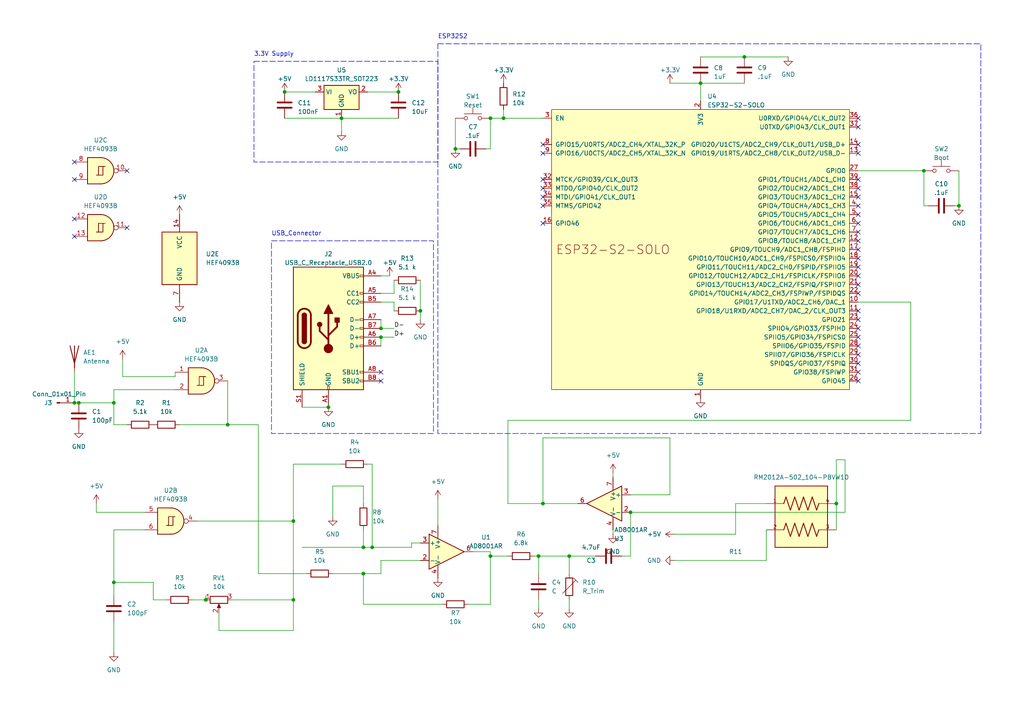
<source format=kicad_sch>
(kicad_sch (version 20230121) (generator eeschema)
  (paper "A4")
  (lib_symbols
    (symbol "4xxx:HEF4093B" (pin_names (offset 1.016))
      (property "Reference" "U" (at 0 1.27 0))
      (property "Value" "HEF4093B" (at 0 -1.27 0))
      (symbol "HEF4093B_1_0"
        (polyline (pts (xy -0.635 -1.27) (xy -0.635 1.27) (xy 0.635 1.27)))
        (polyline (pts (xy -0.635 -1.27) (xy -0.635 1.27) (xy 0.635 1.27)))
        (polyline (pts (xy -1.27 -1.27) (xy 0.635 -1.27) (xy 0.635 1.27) (xy 1.27 1.27)))
        (polyline (pts (xy -1.27 -1.27) (xy 0.635 -1.27) (xy 0.635 1.27) (xy 1.27 1.27)))
      )
      (symbol "HEF4093B_1_1"
        (arc (start 0 -3.81) (mid 3.7934 0) (end 0 3.81) (stroke (width 0.254)) (fill (type background)))
        (polyline (pts (xy 0 3.81) (xy -3.81 3.81) (xy -3.81 -3.81) (xy 0 -3.81)) (stroke (width 0.254)) (fill (type background)))
        (pin input line (at -7.62 2.54 0) (length 3.81) (name "~") (number "1"))
        (pin input line (at -7.62 -2.54 0) (length 3.81) (name "~") (number "2"))
        (pin output inverted (at 7.62 0 180) (length 3.81) (name "~") (number "3"))
      )
      (symbol "HEF4093B_1_2"
        (arc (start -3.81 -3.81) (mid -2.589 0) (end -3.81 3.81) (stroke (width 0.254)))
        (arc (start -0.6096 -3.81) (mid 2.1842 -2.5851) (end 3.81 0) (stroke (width 0.254)) (fill (type background)))
        (polyline (pts (xy -3.81 -3.81) (xy -0.635 -3.81)) (stroke (width 0.254)) (fill (type background)))
        (polyline (pts (xy -3.81 3.81) (xy -0.635 3.81)) (stroke (width 0.254)) (fill (type background)))
        (polyline (pts (xy -0.635 3.81) (xy -3.81 3.81) (xy -3.81 3.81) (xy -3.556 3.4036) (xy -3.0226 2.2606) (xy -2.6924 1.0414) (xy -2.6162 -0.254) (xy -2.7686 -1.4986) (xy -3.175 -2.7178) (xy -3.81 -3.81) (xy -3.81 -3.81) (xy -0.635 -3.81)) (stroke (width -25.4)) (fill (type background)))
        (arc (start 3.81 0) (mid 2.1915 2.5936) (end -0.6096 3.81) (stroke (width 0.254)) (fill (type background)))
        (pin input inverted (at -7.62 2.54 0) (length 4.318) (name "~") (number "1"))
        (pin input inverted (at -7.62 -2.54 0) (length 4.318) (name "~") (number "2"))
        (pin output line (at 7.62 0 180) (length 3.81) (name "~") (number "3"))
      )
      (symbol "HEF4093B_2_0"
        (polyline (pts (xy -0.635 -1.27) (xy -0.635 1.27) (xy 0.635 1.27)))
        (polyline (pts (xy -0.635 -1.27) (xy -0.635 1.27) (xy 0.635 1.27)))
        (polyline (pts (xy -1.27 -1.27) (xy 0.635 -1.27) (xy 0.635 1.27) (xy 1.27 1.27)))
        (polyline (pts (xy -1.27 -1.27) (xy 0.635 -1.27) (xy 0.635 1.27) (xy 1.27 1.27)))
      )
      (symbol "HEF4093B_2_1"
        (arc (start 0 -3.81) (mid 3.7934 0) (end 0 3.81) (stroke (width 0.254)) (fill (type background)))
        (polyline (pts (xy 0 3.81) (xy -3.81 3.81) (xy -3.81 -3.81) (xy 0 -3.81)) (stroke (width 0.254)) (fill (type background)))
        (pin output inverted (at 7.62 0 180) (length 3.81) (name "~") (number "4"))
        (pin input line (at -7.62 2.54 0) (length 3.81) (name "~") (number "5"))
        (pin input line (at -7.62 -2.54 0) (length 3.81) (name "~") (number "6"))
      )
      (symbol "HEF4093B_2_2"
        (arc (start -3.81 -3.81) (mid -2.589 0) (end -3.81 3.81) (stroke (width 0.254)))
        (arc (start -0.6096 -3.81) (mid 2.1842 -2.5851) (end 3.81 0) (stroke (width 0.254)) (fill (type background)))
        (polyline (pts (xy -3.81 -3.81) (xy -0.635 -3.81)) (stroke (width 0.254)) (fill (type background)))
        (polyline (pts (xy -3.81 3.81) (xy -0.635 3.81)) (stroke (width 0.254)) (fill (type background)))
        (polyline (pts (xy -0.635 3.81) (xy -3.81 3.81) (xy -3.81 3.81) (xy -3.556 3.4036) (xy -3.0226 2.2606) (xy -2.6924 1.0414) (xy -2.6162 -0.254) (xy -2.7686 -1.4986) (xy -3.175 -2.7178) (xy -3.81 -3.81) (xy -3.81 -3.81) (xy -0.635 -3.81)) (stroke (width -25.4)) (fill (type background)))
        (arc (start 3.81 0) (mid 2.1915 2.5936) (end -0.6096 3.81) (stroke (width 0.254)) (fill (type background)))
        (pin output line (at 7.62 0 180) (length 3.81) (name "~") (number "4"))
        (pin input inverted (at -7.62 2.54 0) (length 4.318) (name "~") (number "5"))
        (pin input inverted (at -7.62 -2.54 0) (length 4.318) (name "~") (number "6"))
      )
      (symbol "HEF4093B_3_0"
        (polyline (pts (xy -0.635 -1.27) (xy -0.635 1.27) (xy 0.635 1.27)))
        (polyline (pts (xy -0.635 -1.27) (xy -0.635 1.27) (xy 0.635 1.27)))
        (polyline (pts (xy -1.27 -1.27) (xy 0.635 -1.27) (xy 0.635 1.27) (xy 1.27 1.27)))
        (polyline (pts (xy -1.27 -1.27) (xy 0.635 -1.27) (xy 0.635 1.27) (xy 1.27 1.27)))
      )
      (symbol "HEF4093B_3_1"
        (arc (start 0 -3.81) (mid 3.7934 0) (end 0 3.81) (stroke (width 0.254)) (fill (type background)))
        (polyline (pts (xy 0 3.81) (xy -3.81 3.81) (xy -3.81 -3.81) (xy 0 -3.81)) (stroke (width 0.254)) (fill (type background)))
        (pin output inverted (at 7.62 0 180) (length 3.81) (name "~") (number "10"))
        (pin input line (at -7.62 2.54 0) (length 3.81) (name "~") (number "8"))
        (pin input line (at -7.62 -2.54 0) (length 3.81) (name "~") (number "9"))
      )
      (symbol "HEF4093B_3_2"
        (arc (start -3.81 -3.81) (mid -2.589 0) (end -3.81 3.81) (stroke (width 0.254)))
        (arc (start -0.6096 -3.81) (mid 2.1842 -2.5851) (end 3.81 0) (stroke (width 0.254)) (fill (type background)))
        (polyline (pts (xy -3.81 -3.81) (xy -0.635 -3.81)) (stroke (width 0.254)) (fill (type background)))
        (polyline (pts (xy -3.81 3.81) (xy -0.635 3.81)) (stroke (width 0.254)) (fill (type background)))
        (polyline (pts (xy -0.635 3.81) (xy -3.81 3.81) (xy -3.81 3.81) (xy -3.556 3.4036) (xy -3.0226 2.2606) (xy -2.6924 1.0414) (xy -2.6162 -0.254) (xy -2.7686 -1.4986) (xy -3.175 -2.7178) (xy -3.81 -3.81) (xy -3.81 -3.81) (xy -0.635 -3.81)) (stroke (width -25.4)) (fill (type background)))
        (arc (start 3.81 0) (mid 2.1915 2.5936) (end -0.6096 3.81) (stroke (width 0.254)) (fill (type background)))
        (pin output line (at 7.62 0 180) (length 3.81) (name "~") (number "10"))
        (pin input inverted (at -7.62 2.54 0) (length 4.318) (name "~") (number "8"))
        (pin input inverted (at -7.62 -2.54 0) (length 4.318) (name "~") (number "9"))
      )
      (symbol "HEF4093B_4_0"
        (polyline (pts (xy -0.635 -1.27) (xy -0.635 1.27) (xy 0.635 1.27)))
        (polyline (pts (xy -0.635 -1.27) (xy -0.635 1.27) (xy 0.635 1.27)))
        (polyline (pts (xy -1.27 -1.27) (xy 0.635 -1.27) (xy 0.635 1.27) (xy 1.27 1.27)))
        (polyline (pts (xy -1.27 -1.27) (xy 0.635 -1.27) (xy 0.635 1.27) (xy 1.27 1.27)))
      )
      (symbol "HEF4093B_4_1"
        (arc (start 0 -3.81) (mid 3.7934 0) (end 0 3.81) (stroke (width 0.254)) (fill (type background)))
        (polyline (pts (xy 0 3.81) (xy -3.81 3.81) (xy -3.81 -3.81) (xy 0 -3.81)) (stroke (width 0.254)) (fill (type background)))
        (pin output inverted (at 7.62 0 180) (length 3.81) (name "~") (number "11"))
        (pin input line (at -7.62 2.54 0) (length 3.81) (name "~") (number "12"))
        (pin input line (at -7.62 -2.54 0) (length 3.81) (name "~") (number "13"))
      )
      (symbol "HEF4093B_4_2"
        (arc (start -3.81 -3.81) (mid -2.589 0) (end -3.81 3.81) (stroke (width 0.254)))
        (arc (start -0.6096 -3.81) (mid 2.1842 -2.5851) (end 3.81 0) (stroke (width 0.254)) (fill (type background)))
        (polyline (pts (xy -3.81 -3.81) (xy -0.635 -3.81)) (stroke (width 0.254)) (fill (type background)))
        (polyline (pts (xy -3.81 3.81) (xy -0.635 3.81)) (stroke (width 0.254)) (fill (type background)))
        (polyline (pts (xy -0.635 3.81) (xy -3.81 3.81) (xy -3.81 3.81) (xy -3.556 3.4036) (xy -3.0226 2.2606) (xy -2.6924 1.0414) (xy -2.6162 -0.254) (xy -2.7686 -1.4986) (xy -3.175 -2.7178) (xy -3.81 -3.81) (xy -3.81 -3.81) (xy -0.635 -3.81)) (stroke (width -25.4)) (fill (type background)))
        (arc (start 3.81 0) (mid 2.1915 2.5936) (end -0.6096 3.81) (stroke (width 0.254)) (fill (type background)))
        (pin output line (at 7.62 0 180) (length 3.81) (name "~") (number "11"))
        (pin input inverted (at -7.62 2.54 0) (length 4.318) (name "~") (number "12"))
        (pin input inverted (at -7.62 -2.54 0) (length 4.318) (name "~") (number "13"))
      )
      (symbol "HEF4093B_5_0"
        (pin power_in line (at 0 12.7 270) (length 5.08) (name "VCC") (number "14"))
        (pin power_in line (at 0 -12.7 90) (length 5.08) (name "GND") (number "7"))
      )
      (symbol "HEF4093B_5_1"
        (rectangle (start -5.08 7.62) (end 5.08 -7.62) (stroke (width 0.254)) (fill (type background)))
      )
    )
    (symbol "Amplifier_Operational:AD8001AR" (pin_names (offset 0.127))
      (property "Reference" "U" (at 0 6.35 0))
      (property "Value" "AD8001AR" (at 0 3.81 0))
      (symbol "AD8001AR_0_1"
        (polyline (pts (xy -5.08 5.08) (xy 5.08 0) (xy -5.08 -5.08) (xy -5.08 5.08)) (stroke (width 0.254)) (fill (type background)))
      )
      (symbol "AD8001AR_1_1"
        (pin no_connect line (at -2.54 2.54 270) (length 2.54) hide (name "NC") (number "1"))
        (pin input line (at -7.62 -2.54 0) (length 2.54) (name "-") (number "2"))
        (pin input line (at -7.62 2.54 0) (length 2.54) (name "+") (number "3"))
        (pin power_in line (at -2.54 -7.62 90) (length 3.81) (name "V-") (number "4"))
        (pin no_connect line (at 0 2.54 270) (length 2.54) hide (name "NC") (number "5"))
        (pin output line (at 7.62 0 180) (length 2.54) (name "~") (number "6"))
        (pin power_in line (at -2.54 7.62 270) (length 3.81) (name "V+") (number "7"))
        (pin no_connect line (at 0 -2.54 90) (length 2.54) hide (name "NC") (number "8"))
      )
    )
    (symbol "Connector:Conn_01x01_Pin" (pin_names (offset 1.016) hide)
      (property "Reference" "J" (at 0 2.54 0))
      (property "Value" "Conn_01x01_Pin" (at 0 -2.54 0))
      (symbol "Conn_01x01_Pin_1_1"
        (polyline (pts (xy 1.27 0) (xy 0.8636 0)) (stroke (width 0.1524)))
        (rectangle (start 0.8636 0.127) (end 0 -0.127) (stroke (width 0.1524)) (fill (type outline)))
        (pin passive line (at 5.08 0 180) (length 3.81) (name "Pin_1") (number "1"))
      )
    )
    (symbol "Connector:USB_C_Receptacle_USB2.0" (pin_names (offset 1.016))
      (property "Reference" "J" (at -10.16 19.05 0))
      (property "Value" "USB_C_Receptacle_USB2.0" (at 19.05 19.05 0))
      (symbol "USB_C_Receptacle_USB2.0_0_0"
        (rectangle (start -0.254 -17.78) (end 0.254 -16.764))
        (rectangle (start 10.16 -14.986) (end 9.144 -15.494))
        (rectangle (start 10.16 -12.446) (end 9.144 -12.954))
        (rectangle (start 10.16 -4.826) (end 9.144 -5.334))
        (rectangle (start 10.16 -2.286) (end 9.144 -2.794))
        (rectangle (start 10.16 0.254) (end 9.144 -0.254))
        (rectangle (start 10.16 2.794) (end 9.144 2.286))
        (rectangle (start 10.16 7.874) (end 9.144 7.366))
        (rectangle (start 10.16 10.414) (end 9.144 9.906))
        (rectangle (start 10.16 15.494) (end 9.144 14.986))
      )
      (symbol "USB_C_Receptacle_USB2.0_0_1"
        (rectangle (start -10.16 17.78) (end 10.16 -17.78) (stroke (width 0.254)) (fill (type background)))
        (arc (start -8.89 -3.81) (mid -6.985 -5.7067) (end -5.08 -3.81) (stroke (width 0.508)))
        (arc (start -7.62 -3.81) (mid -6.985 -4.4423) (end -6.35 -3.81) (stroke (width 0.254)))
        (arc (start -7.62 -3.81) (mid -6.985 -4.4423) (end -6.35 -3.81) (stroke (width 0.254)) (fill (type outline)))
        (rectangle (start -7.62 -3.81) (end -6.35 3.81) (stroke (width 0.254)) (fill (type outline)))
        (arc (start -6.35 3.81) (mid -6.985 4.4423) (end -7.62 3.81) (stroke (width 0.254)))
        (arc (start -6.35 3.81) (mid -6.985 4.4423) (end -7.62 3.81) (stroke (width 0.254)) (fill (type outline)))
        (arc (start -5.08 3.81) (mid -6.985 5.7067) (end -8.89 3.81) (stroke (width 0.508)))
        (circle (center -2.54 1.143) (radius 0.635) (stroke (width 0.254)) (fill (type outline)))
        (circle (center 0 -5.842) (radius 1.27) (fill (type outline)))
        (polyline (pts (xy -8.89 -3.81) (xy -8.89 3.81)) (stroke (width 0.508)))
        (polyline (pts (xy -5.08 3.81) (xy -5.08 -3.81)) (stroke (width 0.508)))
        (polyline (pts (xy 0 -5.842) (xy 0 4.318)) (stroke (width 0.508)))
        (polyline (pts (xy 0 -3.302) (xy -2.54 -0.762) (xy -2.54 0.508)) (stroke (width 0.508)))
        (polyline (pts (xy 0 -2.032) (xy 2.54 0.508) (xy 2.54 1.778)) (stroke (width 0.508)))
        (polyline (pts (xy -1.27 4.318) (xy 0 6.858) (xy 1.27 4.318) (xy -1.27 4.318)) (stroke (width 0.254)) (fill (type outline)))
        (rectangle (start 1.905 1.778) (end 3.175 3.048) (stroke (width 0.254)) (fill (type outline)))
      )
      (symbol "USB_C_Receptacle_USB2.0_1_1"
        (pin passive line (at 0 -22.86 90) (length 5.08) (name "GND") (number "A1"))
        (pin passive line (at 0 -22.86 90) (length 5.08) hide (name "GND") (number "A12"))
        (pin passive line (at 15.24 15.24 180) (length 5.08) (name "VBUS") (number "A4"))
        (pin bidirectional line (at 15.24 10.16 180) (length 5.08) (name "CC1") (number "A5"))
        (pin bidirectional line (at 15.24 -2.54 180) (length 5.08) (name "D+") (number "A6"))
        (pin bidirectional line (at 15.24 2.54 180) (length 5.08) (name "D-") (number "A7"))
        (pin bidirectional line (at 15.24 -12.7 180) (length 5.08) (name "SBU1") (number "A8"))
        (pin passive line (at 15.24 15.24 180) (length 5.08) hide (name "VBUS") (number "A9"))
        (pin passive line (at 0 -22.86 90) (length 5.08) hide (name "GND") (number "B1"))
        (pin passive line (at 0 -22.86 90) (length 5.08) hide (name "GND") (number "B12"))
        (pin passive line (at 15.24 15.24 180) (length 5.08) hide (name "VBUS") (number "B4"))
        (pin bidirectional line (at 15.24 7.62 180) (length 5.08) (name "CC2") (number "B5"))
        (pin bidirectional line (at 15.24 -5.08 180) (length 5.08) (name "D+") (number "B6"))
        (pin bidirectional line (at 15.24 0 180) (length 5.08) (name "D-") (number "B7"))
        (pin bidirectional line (at 15.24 -15.24 180) (length 5.08) (name "SBU2") (number "B8"))
        (pin passive line (at 15.24 15.24 180) (length 5.08) hide (name "VBUS") (number "B9"))
        (pin passive line (at -7.62 -22.86 90) (length 5.08) (name "SHIELD") (number "S1"))
      )
    )
    (symbol "Device:C" (pin_numbers hide) (pin_names (offset 0.254))
      (property "Reference" "C" (at 0.635 2.54 0))
      (property "Value" "C" (at 0.635 -2.54 0))
      (symbol "C_0_1"
        (polyline (pts (xy -2.032 -0.762) (xy 2.032 -0.762)) (stroke (width 0.508)))
        (polyline (pts (xy -2.032 0.762) (xy 2.032 0.762)) (stroke (width 0.508)))
      )
      (symbol "C_1_1"
        (pin passive line (at 0 3.81 270) (length 2.794) (name "~") (number "1"))
        (pin passive line (at 0 -3.81 90) (length 2.794) (name "~") (number "2"))
      )
    )
    (symbol "Device:R" (pin_numbers hide) (pin_names (offset 0))
      (property "Reference" "R" (at 2.032 0 90))
      (property "Value" "R" (at 0 0 90))
      (symbol "R_0_1"
        (rectangle (start -1.016 -2.54) (end 1.016 2.54) (stroke (width 0.254)))
      )
      (symbol "R_1_1"
        (pin passive line (at 0 3.81 270) (length 1.27) (name "~") (number "1"))
        (pin passive line (at 0 -3.81 90) (length 1.27) (name "~") (number "2"))
      )
    )
    (symbol "Device:R_Trim" (pin_numbers hide) (pin_names (offset 0))
      (property "Reference" "R" (at 2.54 -2.54 90))
      (property "Value" "R_Trim" (at -2.54 -0.635 90))
      (symbol "R_Trim_0_1"
        (rectangle (start -1.016 -2.54) (end 1.016 2.54) (stroke (width 0.254)))
        (polyline (pts (xy -1.905 -1.905) (xy 1.905 1.905) (xy 2.54 1.27) (xy 1.27 2.54)))
      )
      (symbol "R_Trim_1_1"
        (pin passive line (at 0 3.81 270) (length 1.27) (name "~") (number "1"))
        (pin passive line (at 0 -3.81 90) (length 1.27) (name "~") (number "2"))
      )
    )
    (symbol "RM2012A-502_104-PBVW10:RM2012A-502_104-PBVW10" (pin_names (offset 1.016))
      (property "Reference" "R" (at -7.62 8.89 0))
      (property "Value" "RM2012A-502_104-PBVW10" (at -7.62 -13.97 0))
      (symbol "RM2012A-502_104-PBVW10_0_0"
        (rectangle (start -7.62 -10.16) (end 7.62 7.62) (stroke (width 0.254)) (fill (type background)))
        (polyline (pts (xy -5.08 -5.08) (xy -4.445 -3.175)) (stroke (width 0.254)))
        (polyline (pts (xy -5.08 2.54) (xy -4.445 4.445)) (stroke (width 0.254)))
        (polyline (pts (xy -4.445 -3.175) (xy -3.175 -6.985)) (stroke (width 0.254)))
        (polyline (pts (xy -4.445 4.445) (xy -3.175 0.635)) (stroke (width 0.254)))
        (polyline (pts (xy -3.175 -6.985) (xy -1.905 -3.175)) (stroke (width 0.254)))
        (polyline (pts (xy -3.175 0.635) (xy -1.905 4.445)) (stroke (width 0.254)))
        (polyline (pts (xy -1.905 -3.175) (xy -0.635 -6.985)) (stroke (width 0.254)))
        (polyline (pts (xy -1.905 4.445) (xy -0.635 0.635)) (stroke (width 0.254)))
        (polyline (pts (xy -0.635 -6.985) (xy 0.635 -3.175)) (stroke (width 0.254)))
        (polyline (pts (xy -0.635 0.635) (xy 0.635 4.445)) (stroke (width 0.254)))
        (polyline (pts (xy 0.635 -3.175) (xy 1.905 -6.985)) (stroke (width 0.254)))
        (polyline (pts (xy 0.635 4.445) (xy 1.905 0.635)) (stroke (width 0.254)))
        (polyline (pts (xy 1.905 -6.985) (xy 3.175 -3.175)) (stroke (width 0.254)))
        (polyline (pts (xy 1.905 0.635) (xy 3.175 4.445)) (stroke (width 0.254)))
        (polyline (pts (xy 3.175 -3.175) (xy 4.445 -6.985)) (stroke (width 0.254)))
        (polyline (pts (xy 3.175 4.445) (xy 4.445 0.635)) (stroke (width 0.254)))
        (polyline (pts (xy 4.445 -6.985) (xy 5.08 -5.08)) (stroke (width 0.254)))
        (polyline (pts (xy 4.445 0.635) (xy 5.08 2.54)) (stroke (width 0.254)))
        (pin passive line (at -10.16 2.54 0) (length 5.08) (name "~") (number "1"))
        (pin passive line (at -10.16 -5.08 0) (length 5.08) (name "~") (number "2"))
        (pin passive line (at 10.16 -5.08 180) (length 5.08) (name "~") (number "3"))
        (pin passive line (at 10.16 2.54 180) (length 5.08) (name "~") (number "4"))
      )
    )
    (symbol "Regulator_Linear:LD1117S33TR_SOT223"
      (property "Reference" "U" (at -3.81 3.175 0))
      (property "Value" "LD1117S33TR_SOT223" (at 0 3.175 0))
      (symbol "LD1117S33TR_SOT223_0_1"
        (rectangle (start -5.08 -5.08) (end 5.08 1.905) (stroke (width 0.254)) (fill (type background)))
      )
      (symbol "LD1117S33TR_SOT223_1_1"
        (pin power_in line (at 0 -7.62 90) (length 2.54) (name "GND") (number "1"))
        (pin power_out line (at 7.62 0 180) (length 2.54) (name "VO") (number "2"))
        (pin power_in line (at -7.62 0 0) (length 2.54) (name "VI") (number "3"))
      )
    )
    (symbol "Switch:SW_Omron_B3FS" (pin_numbers hide) (pin_names (offset 1.016) hide)
      (property "Reference" "SW" (at 1.27 2.54 0))
      (property "Value" "SW_Omron_B3FS" (at 0 -1.524 0))
      (symbol "SW_Omron_B3FS_0_1"
        (circle (center -2.032 0) (radius 0.508))
        (polyline (pts (xy 0 1.27) (xy 0 3.048)))
        (polyline (pts (xy 2.54 1.27) (xy -2.54 1.27)))
        (circle (center 2.032 0) (radius 0.508))
        (pin passive line (at -5.08 0 0) (length 2.54) (name "1") (number "1"))
        (pin passive line (at 5.08 0 180) (length 2.54) (name "2") (number "2"))
      )
    )
    (symbol "esp32:ESP32-S2-SOLO" (pin_names (offset 1.016))
      (property "Reference" "U" (at -43.18 45.72 0))
      (property "Value" "ESP32-S2-SOLO" (at -43.18 43.18 0))
      (symbol "ESP32-S2-SOLO_0_1"
        (rectangle (start -43.18 40.64) (end 43.18 -40.64) (fill (type background)))
      )
      (symbol "ESP32-S2-SOLO_1_1"
        (text "ESP32-S2-SOLO" (at -25.4 0 0) (effects (font (size 2.54 2.54))))
        (pin power_in line (at 0 -43.18 90) (length 2.54) (name "GND") (number "1"))
        (pin bidirectional line (at 45.72 -15.24 180) (length 2.54) (name "GPIO17/U1TXD/ADC2_CH6/DAC_1") (number "10"))
        (pin bidirectional line (at 45.72 -17.78 180) (length 2.54) (name "GPIO18/U1RXD/ADC2_CH7/DAC_2/CLK_OUT3") (number "11"))
        (pin bidirectional line (at 45.72 2.54 180) (length 2.54) (name "GPIO8/TOUCH8/ADC1_CH7") (number "12"))
        (pin bidirectional line (at 45.72 27.94 180) (length 2.54) (name "GPIO19/U1RTS/ADC2_CH8/CLK_OUT2/USB_D-") (number "13"))
        (pin bidirectional line (at 45.72 30.48 180) (length 2.54) (name "GPIO20/U1CTS/ADC2_CH9/CLK_OUT1/USB_D+") (number "14"))
        (pin bidirectional line (at 45.72 15.24 180) (length 2.54) (name "GPIO3/TOUCH3/ADC1_CH2") (number "15"))
        (pin input line (at -45.72 7.62 0) (length 2.54) (name "GPIO46") (number "16"))
        (pin bidirectional line (at 45.72 0 180) (length 2.54) (name "GPIO9/TOUCH9/ADC1_CH8/FSPIHD") (number "17"))
        (pin bidirectional line (at 45.72 -2.54 180) (length 2.54) (name "GPIO10/TOUCH10/ADC1_CH9/FSPICS0/FSPIIO4") (number "18"))
        (pin bidirectional line (at 45.72 -5.08 180) (length 2.54) (name "GPIO11/TOUCH11/ADC2_CH0/FSPID/FSPIIO5") (number "19"))
        (pin power_in line (at 0 43.18 270) (length 2.54) (name "3V3") (number "2"))
        (pin bidirectional line (at 45.72 -7.62 180) (length 2.54) (name "GPIO12/TOUCH12/ADC2_CH1/FSPICLK/FSPIIO6") (number "20"))
        (pin bidirectional line (at 45.72 -10.16 180) (length 2.54) (name "GPIO13/TOUCH13/ADC2_CH2/FSPIQ/FSPIIO7") (number "21"))
        (pin bidirectional line (at 45.72 -12.7 180) (length 2.54) (name "GPIO14/TOUCH14/ADC2_CH3/FSPIWP/FSPIDQS") (number "22"))
        (pin bidirectional line (at 45.72 -20.32 180) (length 2.54) (name "GPIO21") (number "23"))
        (pin bidirectional line (at 45.72 -22.86 180) (length 2.54) (name "SPIIO4/GPIO33/FSPIHD") (number "24"))
        (pin bidirectional line (at 45.72 -25.4 180) (length 2.54) (name "SPIIO5/GPIO34/FSPICS0") (number "25"))
        (pin bidirectional line (at 45.72 -38.1 180) (length 2.54) (name "GPIO45") (number "26"))
        (pin bidirectional line (at 45.72 22.86 180) (length 2.54) (name "GPIO0") (number "27"))
        (pin bidirectional line (at 45.72 -27.94 180) (length 2.54) (name "SPIIO6/GPIO35/FSPID") (number "28"))
        (pin bidirectional line (at 45.72 -30.48 180) (length 2.54) (name "SPIIO7/GPIO36/FSPICLK") (number "29"))
        (pin bidirectional line (at -45.72 38.1 0) (length 2.54) (name "EN") (number "3"))
        (pin bidirectional line (at 45.72 -33.02 180) (length 2.54) (name "SPIDQS/GPIO37/FSPIQ") (number "30"))
        (pin bidirectional line (at 45.72 -35.56 180) (length 2.54) (name "GPIO38/FSPIWP") (number "31"))
        (pin bidirectional line (at -45.72 20.32 0) (length 2.54) (name "MTCK/GPIO39/CLK_OUT3") (number "32"))
        (pin bidirectional line (at -45.72 17.78 0) (length 2.54) (name "MTDO/GPIO40/CLK_OUT2") (number "33"))
        (pin bidirectional line (at -45.72 15.24 0) (length 2.54) (name "MTDI/GPIO41/CLK_OUT1") (number "34"))
        (pin bidirectional line (at -45.72 12.7 0) (length 2.54) (name "MTMS/GPIO42") (number "35"))
        (pin bidirectional line (at 45.72 38.1 180) (length 2.54) (name "U0RXD/GPIO44/CLK_OUT2") (number "36"))
        (pin bidirectional line (at 45.72 35.56 180) (length 2.54) (name "U0TXD/GPIO43/CLK_OUT1") (number "37"))
        (pin bidirectional line (at 45.72 17.78 180) (length 2.54) (name "GPIO2/TOUCH2/ADC1_CH1") (number "38"))
        (pin bidirectional line (at 45.72 20.32 180) (length 2.54) (name "GPIO1/TOUCH1/ADC1_CH0") (number "39"))
        (pin bidirectional line (at 45.72 12.7 180) (length 2.54) (name "GPIO4/TOUCH4/ADC1_CH3") (number "4"))
        (pin passive line (at 0 -43.18 90) (length 2.54) hide (name "GND") (number "40"))
        (pin passive line (at 0 -43.18 90) (length 2.54) hide (name "GND") (number "41"))
        (pin bidirectional line (at 45.72 10.16 180) (length 2.54) (name "GPIO5/TOUCH5/ADC1_CH4") (number "5"))
        (pin bidirectional line (at 45.72 7.62 180) (length 2.54) (name "GPIO6/TOUCH6/ADC1_CH5") (number "6"))
        (pin bidirectional line (at 45.72 5.08 180) (length 2.54) (name "GPIO7/TOUCH7/ADC1_CH6") (number "7"))
        (pin bidirectional line (at -45.72 30.48 0) (length 2.54) (name "GPIO15/U0RTS/ADC2_CH4/XTAL_32K_P") (number "8"))
        (pin bidirectional line (at -45.72 27.94 0) (length 2.54) (name "GPIO16/U0CTS/ADC2_CH5/XTAL_32K_N") (number "9"))
      )
    )
    (symbol "power:+3.3V" (power) (pin_names (offset 0))
      (property "Value" "+3.3V" (at 0 3.556 0))
      (symbol "+3.3V_0_1"
        (polyline (pts (xy -0.762 1.27) (xy 0 2.54)))
        (polyline (pts (xy 0 0) (xy 0 2.54)))
        (polyline (pts (xy 0 2.54) (xy 0.762 1.27)))
      )
      (symbol "+3.3V_1_1"
        (pin power_in line (at 0 0 90) (length 0) hide (name "+3.3V") (number "1"))
      )
    )
    (symbol "power:+5V" (power) (pin_names (offset 0))
      (property "Value" "+5V" (at 0 3.556 0))
      (symbol "+5V_0_1"
        (polyline (pts (xy -0.762 1.27) (xy 0 2.54)))
        (polyline (pts (xy 0 0) (xy 0 2.54)))
        (polyline (pts (xy 0 2.54) (xy 0.762 1.27)))
      )
      (symbol "+5V_1_1"
        (pin power_in line (at 0 0 90) (length 0) hide (name "+5V") (number "1"))
      )
    )
    (symbol "power:GND" (power) (pin_names (offset 0))
      (property "Value" "GND" (at 0 -3.81 0))
      (symbol "GND_0_1"
        (polyline (pts (xy 0 0) (xy 0 -1.27) (xy 1.27 -1.27) (xy 0 -2.54) (xy -1.27 -1.27) (xy 0 -1.27)))
      )
      (symbol "GND_1_1"
        (pin power_in line (at 0 0 270) (length 0) hide (name "GND") (number "1"))
      )
    )
    (symbol "projectTheremin:Antenna" (pin_numbers hide) (pin_names (offset 1.016) hide)
      (property "Reference" "AE1" (at 2.54 0.635 0))
      (property "Value" "Antenna" (at 2.54 -1.905 0))
      (symbol "Antenna_0_1"
        (polyline (pts (xy 0 2.54) (xy 0 -3.81)) (stroke (width 0.254)))
        (polyline (pts (xy 1.27 2.54) (xy 0 -2.54) (xy -1.27 2.54)) (stroke (width 0.254)))
      )
      (symbol "Antenna_1_1"
        (pin output line (at 0 -5.08 90) (length 2.54) (name "A") (number "1"))
      )
    )
    (symbol "projectTheremin:C" (pin_numbers hide) (pin_names (offset 0.254))
      (property "Reference" "C" (at 0.635 2.54 0))
      (property "Value" "C" (at 0.635 -2.54 0))
      (symbol "C_0_1"
        (polyline (pts (xy -2.032 -0.762) (xy 2.032 -0.762)) (stroke (width 0.508)))
        (polyline (pts (xy -2.032 0.762) (xy 2.032 0.762)) (stroke (width 0.508)))
      )
      (symbol "C_1_1"
        (pin passive line (at 0 3.81 270) (length 2.794) (name "~") (number "1"))
        (pin passive line (at 0 -3.81 90) (length 2.794) (name "~") (number "2"))
      )
    )
    (symbol "projectTheremin:GND" (power) (pin_names (offset 0))
      (property "Value" "GND" (at 0 -3.81 0))
      (symbol "GND_0_1"
        (polyline (pts (xy 0 0) (xy 0 -1.27) (xy 1.27 -1.27) (xy 0 -2.54) (xy -1.27 -1.27) (xy 0 -1.27)))
      )
      (symbol "GND_1_1"
        (pin power_in line (at 0 0 270) (length 0) hide (name "GND") (number "1"))
      )
    )
    (symbol "projectTheremin:R" (pin_numbers hide) (pin_names (offset 0))
      (property "Reference" "R" (at 2.032 0 90))
      (property "Value" "R" (at 0 0 90))
      (symbol "R_0_1"
        (rectangle (start -1.016 -2.54) (end 1.016 2.54) (stroke (width 0.254)))
      )
      (symbol "R_1_1"
        (pin passive line (at 0 3.81 270) (length 1.27) (name "~") (number "1"))
        (pin passive line (at 0 -3.81 90) (length 1.27) (name "~") (number "2"))
      )
    )
    (symbol "projectTheremin:R_Potentiometer" (pin_names (offset 1.016) hide)
      (property "Reference" "RV" (at -4.445 0 90))
      (property "Value" "R_Potentiometer" (at -2.54 0 90))
      (symbol "R_Potentiometer_0_1"
        (polyline (pts (xy 2.54 0) (xy 1.524 0)))
        (polyline (pts (xy 1.143 0) (xy 2.286 0.508) (xy 2.286 -0.508) (xy 1.143 0)) (fill (type outline)))
        (rectangle (start 1.016 2.54) (end -1.016 -2.54) (stroke (width 0.254)))
      )
      (symbol "R_Potentiometer_1_1"
        (pin passive line (at 0 3.81 270) (length 1.27) (name "1") (number "1"))
        (pin passive line (at 3.81 0 180) (length 1.27) (name "2") (number "2"))
        (pin passive line (at 0 -3.81 90) (length 1.27) (name "3") (number "3"))
      )
    )
  )
  (junction (at 33.02 168.91))
  (junction (at 59.69 173.99))
  (junction (at 110.49 97.79))
  (junction (at 278.13 59.69))
  (junction (at 142.24 161.29))
  (junction (at 165.1 161.29))
  (junction (at 105.41 158.75))
  (junction (at 215.9 16.51))
  (junction (at 242.57 146.05))
  (junction (at 146.05 34.29))
  (junction (at 110.49 95.25))
  (junction (at 107.95 158.75))
  (junction (at 21.59 116.84))
  (junction (at 66.04 123.19))
  (junction (at 142.24 34.29))
  (junction (at 82.55 26.67))
  (junction (at 121.92 90.17))
  (junction (at 115.57 26.67))
  (junction (at 203.2 24.13))
  (junction (at 99.06 34.29))
  (junction (at 182.88 148.59))
  (junction (at 267.97 49.53))
  (junction (at 22.86 116.84))
  (junction (at 85.09 173.99))
  (junction (at 95.25 118.11))
  (junction (at 132.08 43.18))
  (junction (at 33.02 116.84))
  (junction (at 157.48 146.05))
  (junction (at 105.41 166.37))
  (junction (at 85.09 151.13))
  (junction (at 156.21 161.29))
  (no_connect (at 157.48 41.91))
  (no_connect (at 248.92 72.39))
  (no_connect (at 248.92 69.85))
  (no_connect (at 21.59 46.99))
  (no_connect (at 248.92 77.47))
  (no_connect (at 157.48 44.45))
  (no_connect (at 248.92 64.77))
  (no_connect (at 248.92 107.95))
  (no_connect (at 248.92 85.09))
  (no_connect (at 157.48 57.15))
  (no_connect (at 21.59 63.5))
  (no_connect (at 248.92 95.25))
  (no_connect (at 248.92 102.87))
  (no_connect (at 248.92 92.71))
  (no_connect (at 248.92 54.61))
  (no_connect (at 248.92 36.83))
  (no_connect (at 21.59 68.58))
  (no_connect (at 248.92 44.45))
  (no_connect (at 36.83 66.04))
  (no_connect (at 36.83 49.53))
  (no_connect (at 157.48 52.07))
  (no_connect (at 157.48 59.69))
  (no_connect (at 21.59 52.07))
  (no_connect (at 157.48 64.77))
  (no_connect (at 248.92 82.55))
  (no_connect (at 248.92 80.01))
  (no_connect (at 248.92 67.31))
  (no_connect (at 110.49 107.95))
  (no_connect (at 248.92 74.93))
  (no_connect (at 248.92 62.23))
  (no_connect (at 248.92 100.33))
  (no_connect (at 248.92 52.07))
  (no_connect (at 248.92 59.69))
  (no_connect (at 248.92 57.15))
  (no_connect (at 110.49 110.49))
  (no_connect (at 248.92 97.79))
  (no_connect (at 157.48 54.61))
  (no_connect (at 248.92 105.41))
  (no_connect (at 248.92 41.91))
  (no_connect (at 248.92 34.29))
  (no_connect (at 248.92 90.17))
  (no_connect (at 248.92 110.49))
  (wire (pts (xy 110.49 97.79) (xy 110.49 100.33)))
  (wire (pts (xy 82.55 34.29) (xy 99.06 34.29)))
  (wire (pts (xy 110.49 92.71) (xy 110.49 95.25)))
  (wire (pts (xy 57.15 151.13) (xy 85.09 151.13)))
  (wire (pts (xy 121.92 81.28) (xy 121.92 90.17)))
  (wire (pts (xy 107.95 158.75) (xy 119.38 158.75)))
  (wire (pts (xy 33.02 113.03) (xy 50.8 113.03)))
  (wire (pts (xy 128.27 175.26) (xy 105.41 175.26)))
  (wire (pts (xy 156.21 173.99) (xy 156.21 176.53)))
  (wire (pts (xy 121.92 90.17) (xy 121.92 92.71)))
  (wire (pts (xy 203.2 24.13) (xy 203.2 29.21)))
  (wire (pts (xy 242.57 133.35) (xy 245.11 133.35)))
  (wire (pts (xy 194.31 127) (xy 194.31 143.51)))
  (wire (pts (xy 156.21 161.29) (xy 165.1 161.29)))
  (wire (pts (xy 213.36 146.05) (xy 222.25 146.05)))
  (wire (pts (xy 278.13 59.69) (xy 276.86 59.69)))
  (wire (pts (xy 33.02 123.19) (xy 36.83 123.19)))
  (wire (pts (xy 63.5 182.88) (xy 85.09 182.88)))
  (wire (pts (xy 248.92 87.63) (xy 264.16 87.63)))
  (wire (pts (xy 264.16 121.92) (xy 147.32 121.92)))
  (wire (pts (xy 269.24 59.69) (xy 267.97 59.69)))
  (wire (pts (xy 105.41 153.67) (xy 105.41 158.75)))
  (wire (pts (xy 33.02 116.84) (xy 33.02 123.19)))
  (wire (pts (xy 182.88 161.29) (xy 180.34 161.29)))
  (wire (pts (xy 85.09 134.62) (xy 85.09 151.13)))
  (wire (pts (xy 147.32 161.29) (xy 142.24 161.29)))
  (wire (pts (xy 110.49 87.63) (xy 114.3 87.63)))
  (wire (pts (xy 66.04 110.49) (xy 66.04 123.19)))
  (wire (pts (xy 165.1 173.99) (xy 165.1 176.53)))
  (wire (pts (xy 99.06 34.29) (xy 99.06 38.1)))
  (wire (pts (xy 195.58 162.56) (xy 222.25 162.56)))
  (wire (pts (xy 35.56 109.22) (xy 50.8 109.22)))
  (wire (pts (xy 142.24 34.29) (xy 142.24 43.18)))
  (wire (pts (xy 146.05 34.29) (xy 157.48 34.29)))
  (wire (pts (xy 203.2 24.13) (xy 215.9 24.13)))
  (wire (pts (xy 182.88 148.59) (xy 245.11 148.59)))
  (wire (pts (xy 177.8 154.94) (xy 177.8 153.67)))
  (wire (pts (xy 21.59 116.84) (xy 22.86 116.84)))
  (wire (pts (xy 85.09 134.62) (xy 99.06 134.62)))
  (wire (pts (xy 22.86 116.84) (xy 33.02 116.84)))
  (wire (pts (xy 63.5 177.8) (xy 63.5 182.88)))
  (wire (pts (xy 195.58 154.94) (xy 213.36 154.94)))
  (wire (pts (xy 147.32 146.05) (xy 147.32 121.92)))
  (wire (pts (xy 267.97 49.53) (xy 267.97 59.69)))
  (wire (pts (xy 87.63 118.11) (xy 95.25 118.11)))
  (wire (pts (xy 74.93 166.37) (xy 88.9 166.37)))
  (wire (pts (xy 133.35 43.18) (xy 132.08 43.18)))
  (wire (pts (xy 165.1 161.29) (xy 165.1 166.37)))
  (wire (pts (xy 114.3 87.63) (xy 114.3 90.17)))
  (wire (pts (xy 182.88 143.51) (xy 194.31 143.51)))
  (wire (pts (xy 264.16 87.63) (xy 264.16 121.92)))
  (wire (pts (xy 33.02 168.91) (xy 44.45 168.91)))
  (wire (pts (xy 110.49 162.56) (xy 110.49 166.37)))
  (wire (pts (xy 110.49 162.56) (xy 121.92 162.56)))
  (wire (pts (xy 33.02 153.67) (xy 41.91 153.67)))
  (wire (pts (xy 66.04 123.19) (xy 74.93 123.19)))
  (wire (pts (xy 96.52 140.97) (xy 96.52 149.86)))
  (wire (pts (xy 107.95 134.62) (xy 106.68 134.62)))
  (wire (pts (xy 82.55 26.67) (xy 91.44 26.67)))
  (wire (pts (xy 248.92 49.53) (xy 267.97 49.53)))
  (wire (pts (xy 33.02 180.34) (xy 33.02 189.23)))
  (wire (pts (xy 105.41 146.05) (xy 105.41 140.97)))
  (wire (pts (xy 33.02 172.72) (xy 33.02 168.91)))
  (wire (pts (xy 35.56 104.14) (xy 35.56 109.22)))
  (wire (pts (xy 182.88 148.59) (xy 182.88 161.29)))
  (wire (pts (xy 110.49 95.25) (xy 114.3 95.25)))
  (wire (pts (xy 215.9 16.51) (xy 228.6 16.51)))
  (wire (pts (xy 110.49 166.37) (xy 105.41 166.37)))
  (wire (pts (xy 140.97 43.18) (xy 142.24 43.18)))
  (wire (pts (xy 142.24 175.26) (xy 135.89 175.26)))
  (wire (pts (xy 41.91 148.59) (xy 27.94 148.59)))
  (wire (pts (xy 245.11 148.59) (xy 245.11 133.35)))
  (wire (pts (xy 194.31 24.13) (xy 203.2 24.13)))
  (wire (pts (xy 157.48 146.05) (xy 147.32 146.05)))
  (wire (pts (xy 142.24 160.02) (xy 142.24 161.29)))
  (wire (pts (xy 137.16 160.02) (xy 142.24 160.02)))
  (wire (pts (xy 50.8 109.22) (xy 50.8 107.95)))
  (wire (pts (xy 110.49 97.79) (xy 114.3 97.79)))
  (wire (pts (xy 87.63 158.75) (xy 105.41 158.75)))
  (wire (pts (xy 106.68 26.67) (xy 115.57 26.67)))
  (wire (pts (xy 99.06 34.29) (xy 115.57 34.29)))
  (wire (pts (xy 165.1 161.29) (xy 172.72 161.29)))
  (wire (pts (xy 85.09 151.13) (xy 85.09 173.99)))
  (wire (pts (xy 157.48 146.05) (xy 167.64 146.05)))
  (wire (pts (xy 132.08 43.18) (xy 132.08 34.29)))
  (wire (pts (xy 74.93 123.19) (xy 74.93 166.37)))
  (wire (pts (xy 222.25 162.56) (xy 222.25 153.67)))
  (wire (pts (xy 105.41 175.26) (xy 105.41 166.37)))
  (wire (pts (xy 213.36 154.94) (xy 213.36 146.05)))
  (wire (pts (xy 107.95 158.75) (xy 107.95 134.62)))
  (wire (pts (xy 110.49 85.09) (xy 114.3 85.09)))
  (wire (pts (xy 67.31 173.99) (xy 85.09 173.99)))
  (wire (pts (xy 154.94 161.29) (xy 156.21 161.29)))
  (wire (pts (xy 203.2 16.51) (xy 215.9 16.51)))
  (wire (pts (xy 110.49 80.01) (xy 113.03 80.01)))
  (wire (pts (xy 156.21 161.29) (xy 156.21 166.37)))
  (wire (pts (xy 44.45 168.91) (xy 44.45 173.99)))
  (wire (pts (xy 33.02 153.67) (xy 33.02 168.91)))
  (wire (pts (xy 85.09 182.88) (xy 85.09 173.99)))
  (wire (pts (xy 194.31 127) (xy 157.48 127)))
  (wire (pts (xy 55.88 173.99) (xy 59.69 173.99)))
  (wire (pts (xy 119.38 158.75) (xy 119.38 157.48)))
  (wire (pts (xy 27.94 148.59) (xy 27.94 146.05)))
  (wire (pts (xy 177.8 137.16) (xy 177.8 138.43)))
  (wire (pts (xy 105.41 140.97) (xy 96.52 140.97)))
  (wire (pts (xy 96.52 166.37) (xy 105.41 166.37)))
  (wire (pts (xy 119.38 157.48) (xy 121.92 157.48)))
  (wire (pts (xy 59.69 172.72) (xy 59.69 173.99)))
  (wire (pts (xy 142.24 161.29) (xy 142.24 175.26)))
  (wire (pts (xy 242.57 146.05) (xy 242.57 153.67)))
  (wire (pts (xy 105.41 158.75) (xy 107.95 158.75)))
  (wire (pts (xy 21.59 107.95) (xy 21.59 116.84)))
  (wire (pts (xy 146.05 31.75) (xy 146.05 34.29)))
  (wire (pts (xy 44.45 173.99) (xy 48.26 173.99)))
  (wire (pts (xy 242.57 133.35) (xy 242.57 146.05)))
  (wire (pts (xy 52.07 123.19) (xy 66.04 123.19)))
  (wire (pts (xy 114.3 85.09) (xy 114.3 81.28)))
  (wire (pts (xy 33.02 116.84) (xy 33.02 113.03)))
  (wire (pts (xy 146.05 34.29) (xy 142.24 34.29)))
  (wire (pts (xy 157.48 127) (xy 157.48 146.05)))
  (wire (pts (xy 127 144.78) (xy 127 152.4)))
  (wire (pts (xy 278.13 49.53) (xy 278.13 59.69)))
  (rectangle (start 78.74 69.85) (end 125.73 125.73) (stroke (width 0) (type dash)))
  (rectangle (start 127 12.7) (end 284.48 125.73) (stroke (width 0) (type dash)))
  (rectangle (start 73.66 17.78) (end 127 46.99) (stroke (width 0) (type dash)))
  (text "3.3V Supply" (at 73.66 16.51 0) (effects (font (size 1.27 1.27)) (justify left bottom)))
  (text "ESP32S2" (at 127 11.43 0) (effects (font (size 1.27 1.27)) (justify left bottom)))
  (text "USB_Connector" (at 78.74 68.58 0) (effects (font (size 1.27 1.27)) (justify left bottom)))
  (label "D-" (at 114.3 95.25 0))
  (label "D+" (at 114.3 97.79 0))
  (symbol (lib_id "power:+5V") (at 195.58 154.94 90) (unit 1)
    (property "Reference" "#PWR05" (effects hide))
    (property "Value" "+5V" (at 191.77 154.94 90) (effects (justify left)))
  )
  (symbol (lib_id "power:+5V") (at 27.94 146.05 0) (unit 1)
    (property "Reference" "#PWR015" (effects hide))
    (property "Value" "+5V" (at 27.94 140.97 0))
  )
  (symbol (lib_id "power:GND") (at 156.21 176.53 0) (unit 1)
    (property "Reference" "#PWR06" (effects hide))
    (property "Value" "GND" (at 156.21 181.61 0))
  )
  (symbol (lib_id "projectTheremin:R") (at 52.07 173.99 270) (unit 1)
    (property "Reference" "R3" (at 52.07 167.64 90))
    (property "Value" "10k" (at 52.07 170.18 90))
    (property "Footprint" "Resistor_THT:R_Axial_DIN0204_L3.6mm_D1.6mm_P1.90mm_Vertical" (effects hide))
  )
  (symbol (lib_id "power:GND") (at 165.1 176.53 0) (unit 1)
    (property "Reference" "#PWR07" (effects hide))
    (property "Value" "GND" (at 165.1 181.61 0))
  )
  (symbol (lib_id "power:GND") (at 127 167.64 0) (unit 1)
    (property "Reference" "#PWR03" (effects hide))
    (property "Value" "GND" (at 127 172.72 0))
  )
  (symbol (lib_id "power:+5V") (at 113.03 80.01 0) (unit 1)
    (property "Reference" "#PWR024" (effects hide))
    (property "Value" "+5V" (at 113.03 76.2 0))
  )
  (symbol (lib_id "projectTheremin:C") (at 22.86 120.65 0) (unit 1)
    (property "Reference" "C1" (at 26.67 119.38 0) (effects (justify left)))
    (property "Value" "100pF" (at 26.67 121.92 0) (effects (justify left)))
    (property "Footprint" "Capacitor_SMD:C_0201_0603Metric" (effects hide))
  )
  (symbol (lib_id "power:GND") (at 195.58 162.56 270) (unit 1)
    (property "Reference" "#PWR017" (effects hide))
    (property "Value" "GND" (at 191.77 162.56 90) (effects (justify right)))
  )
  (symbol (lib_id "projectTheremin:R") (at 48.26 123.19 270) (unit 1)
    (property "Reference" "R1" (at 48.26 116.84 90))
    (property "Value" "10k" (at 48.26 119.38 90))
    (property "Footprint" "Resistor_THT:R_Axial_DIN0204_L3.6mm_D1.6mm_P1.90mm_Vertical" (effects hide))
  )
  (symbol (lib_id "power:+5V") (at 177.8 137.16 0) (unit 1)
    (property "Reference" "#PWR09" (effects hide))
    (property "Value" "+5V" (at 177.8 132.08 0))
  )
  (symbol (lib_id "power:GND") (at 99.06 38.1 0) (unit 1)
    (property "Reference" "#PWR027" (effects hide))
    (property "Value" "GND" (at 99.06 43.18 0))
  )
  (symbol (lib_id "projectTheremin:Antenna") (at 21.59 102.87 0) (unit 1)
    (property "Reference" "AE1" (at 24.13 102.235 0) (effects (justify left)))
    (property "Value" "Antenna" (at 24.13 104.775 0) (effects (justify left)))
    (property "Footprint" "MountingHole:MountingHole_3.2mm_M3_Pad" (effects hide))
  )
  (symbol (lib_id "power:GND") (at 121.92 92.71 0) (unit 1)
    (property "Reference" "#PWR025" (effects hide))
    (property "Value" "GND" (at 121.92 97.79 0))
  )
  (symbol (lib_id "power:GND") (at 228.6 16.51 0) (unit 1)
    (property "Reference" "#PWR021" (effects hide))
    (property "Value" "GND" (at 228.6 21.59 0))
  )
  (symbol (lib_id "Connector:USB_C_Receptacle_USB2.0") (at 95.25 95.25 0) (unit 1)
    (property "Reference" "J2" (at 95.25 73.66 0))
    (property "Value" "USB_C_Receptacle_USB2.0" (at 95.25 76.2 0))
    (property "Footprint" "Connector_USB:USB_C_Receptacle_GCT_USB4085" (effects hide))
    (property "Datasheet" "https://www.usb.org/sites/default/files/documents/usb_type-c.zip" (effects hide))
    (property "Digikey" "https://www.digikey.com/en/products/detail/jae-electronics/dx07s016ja1r1500/11585731" (effects hide))
  )
  (symbol (lib_id "esp32:ESP32-S2-SOLO") (at 203.2 72.39 0) (unit 1)
    (property "Reference" "U4" (at 205.1559 27.94 0) (effects (justify left)))
    (property "Value" "ESP32-S2-SOLO" (at 205.1559 30.48 0) (effects (justify left)))
    (property "Footprint" "PCM_Espressif:ESP32-S2-SOLO" (effects hide))
    (property "Datasheet" "https://www.espressif.com/sites/default/files/documentation/esp32-s2-solo_esp32-s2-solo-u_datasheet_en.pdf" (effects hide))
  )
  (symbol (lib_id "power:+5V") (at 35.56 104.14 0) (unit 1)
    (property "Reference" "#PWR012" (effects hide))
    (property "Value" "+5V" (at 35.56 99.06 0))
  )
  (symbol (lib_id "Switch:SW_Omron_B3FS") (at 137.16 34.29 0) (unit 1)
    (property "Reference" "SW1" (at 137.16 27.94 0))
    (property "Value" "Reset" (at 137.16 30.48 0))
    (property "Footprint" "Button_Switch_SMD:SW_SPST_Omron_B3FS-100xP" (effects hide))
    (property "Datasheet" "https://omronfs.omron.com/en_US/ecb/products/pdf/en-b3fs.pdf" (effects hide))
  )
  (symbol (lib_id "power:GND") (at 95.25 118.11 0) (unit 1)
    (property "Reference" "#PWR023" (effects hide))
    (property "Value" "GND" (at 95.25 123.19 0))
  )
  (symbol (lib_id "projectTheremin:GND") (at 33.02 189.23 0) (unit 1)
    (property "Reference" "#PWR02" (effects hide))
    (property "Value" "GND" (at 33.02 194.31 0))
  )
  (symbol (lib_id "Device:C") (at 156.21 170.18 0) (unit 1)
    (property "Reference" "C4" (at 160.02 168.91 0) (effects (justify left)))
    (property "Value" "C" (at 160.02 171.45 0) (effects (justify left)))
    (property "Footprint" "Capacitor_SMD:C_0201_0603Metric" (effects hide))
  )
  (symbol (lib_id "power:GND") (at 132.08 43.18 0) (unit 1)
    (property "Reference" "#PWR08" (effects hide))
    (property "Value" "GND" (at 132.08 48.26 0))
  )
  (symbol (lib_id "projectTheremin:R") (at 40.64 123.19 270) (unit 1)
    (property "Reference" "R2" (at 40.64 116.84 90))
    (property "Value" "5.1k" (at 40.64 119.38 90))
    (property "Footprint" "Resistor_THT:R_Axial_DIN0204_L3.6mm_D1.6mm_P1.90mm_Vertical" (effects hide))
  )
  (symbol (lib_id "4xxx:HEF4093B") (at 58.42 110.49 0) (unit 1)
    (property "Reference" "U2" (at 58.4117 101.6 0))
    (property "Value" "HEF4093B" (at 58.4117 104.14 0))
    (property "Footprint" "Package_SO:SOIC-14_3.9x8.7mm_P1.27mm" (effects hide))
    (property "Datasheet" "https://assets.nexperia.com/documents/data-sheet/HEF4093B.pdf" (effects hide))
  )
  (symbol (lib_id "Device:C") (at 215.9 20.32 0) (unit 1)
    (property "Reference" "C9" (at 219.71 19.685 0) (effects (justify left)))
    (property "Value" ".1uF" (at 219.71 22.225 0) (effects (justify left)))
    (property "Footprint" "Capacitor_SMD:C_0201_0603Metric" (effects hide))
  )
  (symbol (lib_id "Device:C") (at 115.57 30.48 0) (unit 1)
    (property "Reference" "C12" (at 119.38 29.845 0) (effects (justify left)))
    (property "Value" "10uF" (at 119.38 32.385 0) (effects (justify left)))
    (property "Footprint" "Capacitor_SMD:C_0201_0603Metric" (effects hide))
  )
  (symbol (lib_id "power:+5V") (at 127 144.78 0) (unit 1)
    (property "Reference" "#PWR011" (effects hide))
    (property "Value" "+5V" (at 127 139.7 0))
  )
  (symbol (lib_id "RM2012A-502_104-PBVW10:RM2012A-502_104-PBVW10") (at 232.41 148.59 0) (unit 1)
    (property "Reference" "R11" (at 213.36 160.02 0))
    (property "Value" "RM2012A-502_104-PBVW10" (at 232.41 138.43 0))
    (property "Footprint" "RM2012A-502_104-PBVW10:RESCAXE_RM2012-4N" (effects hide))
    (property "MF" "Susumu" (effects hide))
    (property "MAXIMUM_PACKAGE_HEIGHT" "0.55 mm" (effects hide))
    (property "Package" "0805 Susumu" (effects hide))
    (property "Price" "None" (effects hide))
    (property "Check_prices" "https://www.snapeda.com/parts/RM2012A-502/104-PBVW10/Susumu/view-part/?ref=eda" (effects hide))
    (property "STANDARD" "Manufacturer Recommendations" (effects hide))
    (property "PARTREV" "N/A" (effects hide))
    (property "SnapEDA_Link" "https://www.snapeda.com/parts/RM2012A-502/104-PBVW10/Susumu/view-part/?ref=snap" (effects hide))
    (property "MP" "RM2012A-502/104-PBVW10" (effects hide))
    (property "Purchase-URL" "https://www.snapeda.com/api/url_track_click_mouser/?unipart_id=1377246&manufacturer=Susumu&part_name=RM2012A-502/104-PBVW10&search_term=None" (effects hide))
    (property "Description" "\n5k, 100k Ohm ±0.1% 50mW Power Per Element Voltage Divider 2 Resistor Network/Array ±25ppm/°C 0805 (2012 Metric), Long Side Terminals\n" (effects hide))
    (property "Availability" "Not in stock" (effects hide))
    (property "MANUFACTURER" "Susumu" (effects hide))
  )
  (symbol (lib_id "power:+3.3V") (at 194.31 24.13 0) (unit 1)
    (property "Reference" "#PWR019" (effects hide))
    (property "Value" "+3.3V" (at 194.31 20.32 0))
  )
  (symbol (lib_id "power:GND") (at 52.07 87.63 0) (unit 1)
    (property "Reference" "#PWR016" (effects hide))
    (property "Value" "GND" (at 52.07 92.71 0))
  )
  (symbol (lib_id "power:+5V") (at 52.07 62.23 0) (unit 1)
    (property "Reference" "#PWR014" (effects hide))
    (property "Value" "+5V" (at 52.07 57.15 0))
  )
  (symbol (lib_id "power:GND") (at 278.13 59.69 0) (unit 1)
    (property "Reference" "#PWR022" (effects hide))
    (property "Value" "GND" (at 278.13 64.77 0))
  )
  (symbol (lib_id "4xxx:HEF4093B") (at 29.21 49.53 0) (unit 3)
    (property "Reference" "U2" (at 29.2017 40.64 0))
    (property "Value" "HEF4093B" (at 29.2017 43.18 0))
    (property "Footprint" "Package_SO:SOIC-14_3.9x8.7mm_P1.27mm" (effects hide))
    (property "Datasheet" "https://assets.nexperia.com/documents/data-sheet/HEF4093B.pdf" (effects hide))
  )
  (symbol (lib_id "Device:C") (at 82.55 30.48 0) (unit 1)
    (property "Reference" "C11" (at 86.36 29.845 0) (effects (justify left)))
    (property "Value" "100nF" (at 86.36 32.385 0) (effects (justify left)))
    (property "Footprint" "Capacitor_SMD:C_0201_0603Metric" (effects hide))
  )
  (symbol (lib_id "Device:R") (at 118.11 90.17 270) (unit 1)
    (property "Reference" "R14" (at 118.11 83.82 90))
    (property "Value" "5.1 k" (at 118.11 86.36 90))
    (property "Footprint" "Resistor_THT:R_Axial_DIN0204_L3.6mm_D1.6mm_P1.90mm_Vertical" (effects hide))
  )
  (symbol (lib_id "Device:R") (at 105.41 149.86 0) (unit 1)
    (property "Reference" "R8" (at 107.95 148.59 0) (effects (justify left)))
    (property "Value" "10k" (at 107.95 151.13 0) (effects (justify left)))
    (property "Footprint" "Resistor_THT:R_Axial_DIN0204_L3.6mm_D1.6mm_P1.90mm_Vertical" (effects hide))
  )
  (symbol (lib_id "Device:C") (at 137.16 43.18 90) (unit 1)
    (property "Reference" "C7" (at 137.16 36.83 90))
    (property "Value" ".1uF" (at 137.16 39.37 90))
    (property "Footprint" "Capacitor_SMD:C_0201_0603Metric" (effects hide))
  )
  (symbol (lib_id "4xxx:HEF4093B") (at 49.53 151.13 0) (unit 2)
    (property "Reference" "U2" (at 49.5217 142.24 0))
    (property "Value" "HEF4093B" (at 49.5217 144.78 0))
    (property "Footprint" "Package_SO:SOIC-14_3.9x8.7mm_P1.27mm" (effects hide))
    (property "Datasheet" "https://assets.nexperia.com/documents/data-sheet/HEF4093B.pdf" (effects hide))
  )
  (symbol (lib_id "Amplifier_Operational:AD8001AR") (at 175.26 146.05 0) (mirror y) (unit 1)
    (property "Reference" "U3" (at 178.1459 156.21 0) (effects (justify right)))
    (property "Value" "AD8001AR" (at 178.1459 153.67 0) (effects (justify right)))
    (property "Footprint" "Package_SO:SOIC-8_3.9x4.9mm_P1.27mm" (effects hide))
    (property "Datasheet" "https://www.analog.com/media/en/technical-documentation/data-sheets/ad8001.pdf" (effects hide))
  )
  (symbol (lib_id "projectTheremin:GND") (at 22.86 124.46 0) (unit 1)
    (property "Reference" "#PWR01" (effects hide))
    (property "Value" "GND" (at 22.86 129.54 0))
  )
  (symbol (lib_id "power:GND") (at 96.52 149.86 0) (unit 1)
    (property "Reference" "#PWR04" (effects hide))
    (property "Value" "GND" (at 96.52 154.94 0))
  )
  (symbol (lib_id "Device:R") (at 146.05 27.94 0) (unit 1)
    (property "Reference" "R12" (at 148.59 27.305 0) (effects (justify left)))
    (property "Value" "10k" (at 148.59 29.845 0) (effects (justify left)))
    (property "Footprint" "Resistor_THT:R_Axial_DIN0204_L3.6mm_D1.6mm_P1.90mm_Vertical" (effects hide))
  )
  (symbol (lib_id "4xxx:HEF4093B") (at 29.21 66.04 0) (unit 4)
    (property "Reference" "U2" (at 29.2017 57.15 0))
    (property "Value" "HEF4093B" (at 29.2017 59.69 0))
    (property "Footprint" "Package_SO:SOIC-14_3.9x8.7mm_P1.27mm" (effects hide))
    (property "Datasheet" "https://assets.nexperia.com/documents/data-sheet/HEF4093B.pdf" (effects hide))
  )
  (symbol (lib_id "Device:R") (at 151.13 161.29 90) (unit 1)
    (property "Reference" "R6" (at 151.13 154.94 90))
    (property "Value" "6.8k" (at 151.13 157.48 90))
    (property "Footprint" "Resistor_THT:R_Axial_DIN0204_L3.6mm_D1.6mm_P1.90mm_Vertical" (effects hide))
  )
  (symbol (lib_id "power:GND") (at 177.8 154.94 0) (unit 1)
    (property "Reference" "#PWR010" (effects hide))
    (property "Value" "GND" (at 177.8 160.02 0))
  )
  (symbol (lib_id "Device:R") (at 118.11 81.28 90) (unit 1)
    (property "Reference" "R13" (at 118.11 74.93 90))
    (property "Value" "5.1 k" (at 118.11 77.47 90))
    (property "Footprint" "Resistor_THT:R_Axial_DIN0204_L3.6mm_D1.6mm_P1.90mm_Vertical" (effects hide))
  )
  (symbol (lib_id "Switch:SW_Omron_B3FS") (at 273.05 49.53 0) (unit 1)
    (property "Reference" "SW2" (at 273.05 43.18 0))
    (property "Value" "Boot" (at 273.05 45.72 0))
    (property "Footprint" "Button_Switch_SMD:SW_SPST_Omron_B3FS-100xP" (effects hide))
    (property "Datasheet" "https://omronfs.omron.com/en_US/ecb/products/pdf/en-b3fs.pdf" (effects hide))
  )
  (symbol (lib_id "power:+3.3V") (at 115.57 26.67 0) (unit 1)
    (property "Reference" "#PWR028" (effects hide))
    (property "Value" "+3.3V" (at 115.57 22.86 0))
  )
  (symbol (lib_id "Regulator_Linear:LD1117S33TR_SOT223") (at 99.06 26.67 0) (unit 1)
    (property "Reference" "U5" (at 99.06 20.32 0))
    (property "Value" "LD1117S33TR_SOT223" (at 99.06 22.86 0))
    (property "Footprint" "Package_TO_SOT_SMD:SOT-223-3_TabPin2" (effects hide))
    (property "Datasheet" "http://www.st.com/st-web-ui/static/active/en/resource/technical/document/datasheet/CD00000544.pdf" (effects hide))
  )
  (symbol (lib_id "Device:C") (at 203.2 20.32 0) (unit 1)
    (property "Reference" "C8" (at 207.01 19.685 0) (effects (justify left)))
    (property "Value" "1uF" (at 207.01 22.225 0) (effects (justify left)))
    (property "Footprint" "Capacitor_SMD:C_0201_0603Metric" (effects hide))
  )
  (symbol (lib_id "4xxx:HEF4093B") (at 52.07 74.93 0) (unit 5)
    (property "Reference" "U2" (at 59.69 73.66 0) (effects (justify left)))
    (property "Value" "HEF4093B" (at 59.69 76.2 0) (effects (justify left)))
    (property "Footprint" "Package_SO:SOIC-14_3.9x8.7mm_P1.27mm" (effects hide))
    (property "Datasheet" "https://assets.nexperia.com/documents/data-sheet/HEF4093B.pdf" (effects hide))
  )
  (symbol (lib_id "Device:R") (at 132.08 175.26 270) (unit 1)
    (property "Reference" "R7" (at 132.08 177.8 90))
    (property "Value" "10k" (at 132.08 180.34 90))
    (property "Footprint" "Resistor_THT:R_Axial_DIN0204_L3.6mm_D1.6mm_P1.90mm_Vertical" (effects hide))
  )
  (symbol (lib_id "projectTheremin:R") (at 92.71 166.37 90) (unit 1)
    (property "Reference" "R5" (at 92.71 160.02 90))
    (property "Value" "10k" (at 92.71 162.56 90))
    (property "Footprint" "Resistor_THT:R_Axial_DIN0204_L3.6mm_D1.6mm_P1.90mm_Vertical" (effects hide))
  )
  (symbol (lib_id "projectTheremin:R") (at 102.87 134.62 270) (unit 1)
    (property "Reference" "R4" (at 102.87 128.27 90))
    (property "Value" "10k" (at 102.87 130.81 90))
    (property "Footprint" "Resistor_THT:R_Axial_DIN0204_L3.6mm_D1.6mm_P1.90mm_Vertical" (effects hide))
  )
  (symbol (lib_id "power:+5V") (at 82.55 26.67 0) (unit 1)
    (property "Reference" "#PWR026" (effects hide))
    (property "Value" "+5V" (at 82.55 22.86 0))
  )
  (symbol (lib_id "Device:R_Trim") (at 165.1 170.18 0) (unit 1)
    (property "Reference" "R10" (at 168.91 168.91 0) (effects (justify left)))
    (property "Value" "R_Trim" (at 168.91 171.45 0) (effects (justify left)))
    (property "Footprint" "Resistor_THT:R_Axial_DIN0204_L3.6mm_D1.6mm_P1.90mm_Vertical" (effects hide))
  )
  (symbol (lib_id "projectTheremin:C") (at 33.02 176.53 0) (unit 1)
    (property "Reference" "C2" (at 36.83 175.26 0) (effects (justify left)))
    (property "Value" "100pF" (at 36.83 177.8 0) (effects (justify left)))
    (property "Footprint" "Capacitor_SMD:C_0201_0603Metric" (effects hide))
  )
  (symbol (lib_id "Amplifier_Operational:AD8001AR") (at 129.54 160.02 0) (unit 1)
    (property "Reference" "U1" (at 140.97 155.8291 0))
    (property "Value" "AD8001AR" (at 140.97 158.3691 0))
    (property "Footprint" "Package_SO:SOIC-8_3.9x4.9mm_P1.27mm" (effects hide))
    (property "Datasheet" "https://www.analog.com/media/en/technical-documentation/data-sheets/ad8001.pdf" (effects hide))
  )
  (symbol (lib_id "power:+3.3V") (at 146.05 24.13 0) (unit 1)
    (property "Reference" "#PWR013" (effects hide))
    (property "Value" "+3.3V" (at 146.05 20.32 0))
  )
  (symbol (lib_id "projectTheremin:R_Potentiometer") (at 63.5 173.99 90) (mirror x) (unit 1)
    (property "Reference" "RV1" (at 63.5 167.64 90))
    (property "Value" "10k" (at 63.5 170.18 90))
    (property "Footprint" "Potentiometer_SMD:Potentiometer_ACP_CA6-VSMD_Vertical" (effects hide))
  )
  (symbol (lib_id "Device:C") (at 273.05 59.69 90) (unit 1)
    (property "Reference" "C10" (at 273.05 53.34 90))
    (property "Value" ".1uF" (at 273.05 55.88 90))
    (property "Footprint" "Capacitor_SMD:C_0201_0603Metric" (effects hide))
  )
  (symbol (lib_id "Connector:Conn_01x01_Pin") (at 16.51 116.84 0) (unit 1)
    (property "Reference" "J3" (at 13.97 116.84 0))
    (property "Value" "Conn_01x01_Pin" (at 17.145 114.3 0))
    (property "Footprint" "Connector_PinHeader_1.00mm:PinHeader_1x01_P1.00mm_Vertical" (effects hide))
  )
  (symbol (lib_id "Device:C") (at 176.53 161.29 270) (unit 1)
    (property "Reference" "C3" (at 171.45 162.56 90))
    (property "Value" "4.7uF" (at 171.45 158.75 90))
    (property "Footprint" "Capacitor_SMD:C_0201_0603Metric" (effects hide))
  )
  (symbol (lib_id "power:GND") (at 203.2 115.57 0) (unit 1)
    (property "Reference" "#PWR020" (effects hide))
    (property "Value" "GND" (at 203.2 120.65 0))
  )
)
</source>
